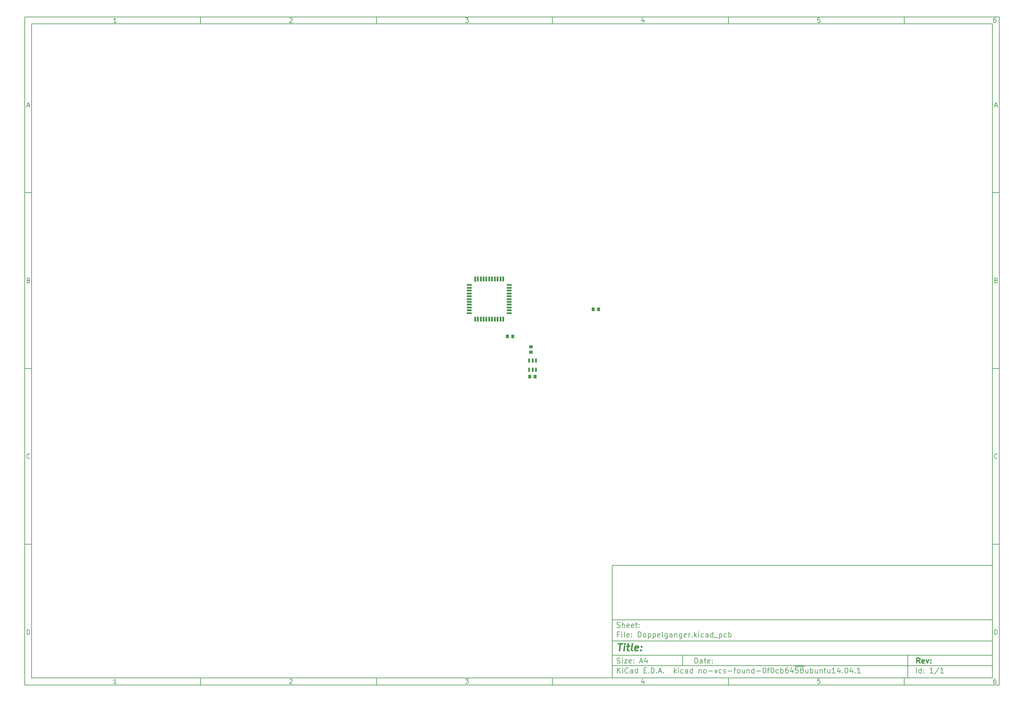
<source format=gtp>
G04 #@! TF.GenerationSoftware,KiCad,Pcbnew,no-vcs-found-0f0cb64~58~ubuntu14.04.1*
G04 #@! TF.CreationDate,2017-03-27T23:46:48+02:00*
G04 #@! TF.ProjectId,Doppelganger,446F7070656C67616E6765722E6B6963,rev?*
G04 #@! TF.FileFunction,Paste,Top*
G04 #@! TF.FilePolarity,Positive*
%FSLAX46Y46*%
G04 Gerber Fmt 4.6, Leading zero omitted, Abs format (unit mm)*
G04 Created by KiCad (PCBNEW no-vcs-found-0f0cb64~58~ubuntu14.04.1) date Mon Mar 27 23:46:48 2017*
%MOMM*%
%LPD*%
G01*
G04 APERTURE LIST*
%ADD10C,0.100000*%
%ADD11C,0.150000*%
%ADD12C,0.300000*%
%ADD13C,0.400000*%
%ADD14R,0.864400X1.016800*%
%ADD15R,1.450000X0.500000*%
%ADD16R,0.500000X1.450000*%
%ADD17C,0.500000*%
%ADD18R,0.570000X1.170000*%
%ADD19R,1.016800X0.864400*%
G04 APERTURE END LIST*
D10*
D11*
X177002200Y-166007200D02*
X177002200Y-198007200D01*
X285002200Y-198007200D01*
X285002200Y-166007200D01*
X177002200Y-166007200D01*
D10*
D11*
X10000000Y-10000000D02*
X10000000Y-200007200D01*
X287002200Y-200007200D01*
X287002200Y-10000000D01*
X10000000Y-10000000D01*
D10*
D11*
X12000000Y-12000000D02*
X12000000Y-198007200D01*
X285002200Y-198007200D01*
X285002200Y-12000000D01*
X12000000Y-12000000D01*
D10*
D11*
X60000000Y-12000000D02*
X60000000Y-10000000D01*
D10*
D11*
X110000000Y-12000000D02*
X110000000Y-10000000D01*
D10*
D11*
X160000000Y-12000000D02*
X160000000Y-10000000D01*
D10*
D11*
X210000000Y-12000000D02*
X210000000Y-10000000D01*
D10*
D11*
X260000000Y-12000000D02*
X260000000Y-10000000D01*
D10*
D11*
X36065476Y-11588095D02*
X35322619Y-11588095D01*
X35694047Y-11588095D02*
X35694047Y-10288095D01*
X35570238Y-10473809D01*
X35446428Y-10597619D01*
X35322619Y-10659523D01*
D10*
D11*
X85322619Y-10411904D02*
X85384523Y-10350000D01*
X85508333Y-10288095D01*
X85817857Y-10288095D01*
X85941666Y-10350000D01*
X86003571Y-10411904D01*
X86065476Y-10535714D01*
X86065476Y-10659523D01*
X86003571Y-10845238D01*
X85260714Y-11588095D01*
X86065476Y-11588095D01*
D10*
D11*
X135260714Y-10288095D02*
X136065476Y-10288095D01*
X135632142Y-10783333D01*
X135817857Y-10783333D01*
X135941666Y-10845238D01*
X136003571Y-10907142D01*
X136065476Y-11030952D01*
X136065476Y-11340476D01*
X136003571Y-11464285D01*
X135941666Y-11526190D01*
X135817857Y-11588095D01*
X135446428Y-11588095D01*
X135322619Y-11526190D01*
X135260714Y-11464285D01*
D10*
D11*
X185941666Y-10721428D02*
X185941666Y-11588095D01*
X185632142Y-10226190D02*
X185322619Y-11154761D01*
X186127380Y-11154761D01*
D10*
D11*
X236003571Y-10288095D02*
X235384523Y-10288095D01*
X235322619Y-10907142D01*
X235384523Y-10845238D01*
X235508333Y-10783333D01*
X235817857Y-10783333D01*
X235941666Y-10845238D01*
X236003571Y-10907142D01*
X236065476Y-11030952D01*
X236065476Y-11340476D01*
X236003571Y-11464285D01*
X235941666Y-11526190D01*
X235817857Y-11588095D01*
X235508333Y-11588095D01*
X235384523Y-11526190D01*
X235322619Y-11464285D01*
D10*
D11*
X285941666Y-10288095D02*
X285694047Y-10288095D01*
X285570238Y-10350000D01*
X285508333Y-10411904D01*
X285384523Y-10597619D01*
X285322619Y-10845238D01*
X285322619Y-11340476D01*
X285384523Y-11464285D01*
X285446428Y-11526190D01*
X285570238Y-11588095D01*
X285817857Y-11588095D01*
X285941666Y-11526190D01*
X286003571Y-11464285D01*
X286065476Y-11340476D01*
X286065476Y-11030952D01*
X286003571Y-10907142D01*
X285941666Y-10845238D01*
X285817857Y-10783333D01*
X285570238Y-10783333D01*
X285446428Y-10845238D01*
X285384523Y-10907142D01*
X285322619Y-11030952D01*
D10*
D11*
X60000000Y-198007200D02*
X60000000Y-200007200D01*
D10*
D11*
X110000000Y-198007200D02*
X110000000Y-200007200D01*
D10*
D11*
X160000000Y-198007200D02*
X160000000Y-200007200D01*
D10*
D11*
X210000000Y-198007200D02*
X210000000Y-200007200D01*
D10*
D11*
X260000000Y-198007200D02*
X260000000Y-200007200D01*
D10*
D11*
X36065476Y-199595295D02*
X35322619Y-199595295D01*
X35694047Y-199595295D02*
X35694047Y-198295295D01*
X35570238Y-198481009D01*
X35446428Y-198604819D01*
X35322619Y-198666723D01*
D10*
D11*
X85322619Y-198419104D02*
X85384523Y-198357200D01*
X85508333Y-198295295D01*
X85817857Y-198295295D01*
X85941666Y-198357200D01*
X86003571Y-198419104D01*
X86065476Y-198542914D01*
X86065476Y-198666723D01*
X86003571Y-198852438D01*
X85260714Y-199595295D01*
X86065476Y-199595295D01*
D10*
D11*
X135260714Y-198295295D02*
X136065476Y-198295295D01*
X135632142Y-198790533D01*
X135817857Y-198790533D01*
X135941666Y-198852438D01*
X136003571Y-198914342D01*
X136065476Y-199038152D01*
X136065476Y-199347676D01*
X136003571Y-199471485D01*
X135941666Y-199533390D01*
X135817857Y-199595295D01*
X135446428Y-199595295D01*
X135322619Y-199533390D01*
X135260714Y-199471485D01*
D10*
D11*
X185941666Y-198728628D02*
X185941666Y-199595295D01*
X185632142Y-198233390D02*
X185322619Y-199161961D01*
X186127380Y-199161961D01*
D10*
D11*
X236003571Y-198295295D02*
X235384523Y-198295295D01*
X235322619Y-198914342D01*
X235384523Y-198852438D01*
X235508333Y-198790533D01*
X235817857Y-198790533D01*
X235941666Y-198852438D01*
X236003571Y-198914342D01*
X236065476Y-199038152D01*
X236065476Y-199347676D01*
X236003571Y-199471485D01*
X235941666Y-199533390D01*
X235817857Y-199595295D01*
X235508333Y-199595295D01*
X235384523Y-199533390D01*
X235322619Y-199471485D01*
D10*
D11*
X285941666Y-198295295D02*
X285694047Y-198295295D01*
X285570238Y-198357200D01*
X285508333Y-198419104D01*
X285384523Y-198604819D01*
X285322619Y-198852438D01*
X285322619Y-199347676D01*
X285384523Y-199471485D01*
X285446428Y-199533390D01*
X285570238Y-199595295D01*
X285817857Y-199595295D01*
X285941666Y-199533390D01*
X286003571Y-199471485D01*
X286065476Y-199347676D01*
X286065476Y-199038152D01*
X286003571Y-198914342D01*
X285941666Y-198852438D01*
X285817857Y-198790533D01*
X285570238Y-198790533D01*
X285446428Y-198852438D01*
X285384523Y-198914342D01*
X285322619Y-199038152D01*
D10*
D11*
X10000000Y-60000000D02*
X12000000Y-60000000D01*
D10*
D11*
X10000000Y-110000000D02*
X12000000Y-110000000D01*
D10*
D11*
X10000000Y-160000000D02*
X12000000Y-160000000D01*
D10*
D11*
X10690476Y-35216666D02*
X11309523Y-35216666D01*
X10566666Y-35588095D02*
X11000000Y-34288095D01*
X11433333Y-35588095D01*
D10*
D11*
X11092857Y-84907142D02*
X11278571Y-84969047D01*
X11340476Y-85030952D01*
X11402380Y-85154761D01*
X11402380Y-85340476D01*
X11340476Y-85464285D01*
X11278571Y-85526190D01*
X11154761Y-85588095D01*
X10659523Y-85588095D01*
X10659523Y-84288095D01*
X11092857Y-84288095D01*
X11216666Y-84350000D01*
X11278571Y-84411904D01*
X11340476Y-84535714D01*
X11340476Y-84659523D01*
X11278571Y-84783333D01*
X11216666Y-84845238D01*
X11092857Y-84907142D01*
X10659523Y-84907142D01*
D10*
D11*
X11402380Y-135464285D02*
X11340476Y-135526190D01*
X11154761Y-135588095D01*
X11030952Y-135588095D01*
X10845238Y-135526190D01*
X10721428Y-135402380D01*
X10659523Y-135278571D01*
X10597619Y-135030952D01*
X10597619Y-134845238D01*
X10659523Y-134597619D01*
X10721428Y-134473809D01*
X10845238Y-134350000D01*
X11030952Y-134288095D01*
X11154761Y-134288095D01*
X11340476Y-134350000D01*
X11402380Y-134411904D01*
D10*
D11*
X10659523Y-185588095D02*
X10659523Y-184288095D01*
X10969047Y-184288095D01*
X11154761Y-184350000D01*
X11278571Y-184473809D01*
X11340476Y-184597619D01*
X11402380Y-184845238D01*
X11402380Y-185030952D01*
X11340476Y-185278571D01*
X11278571Y-185402380D01*
X11154761Y-185526190D01*
X10969047Y-185588095D01*
X10659523Y-185588095D01*
D10*
D11*
X287002200Y-60000000D02*
X285002200Y-60000000D01*
D10*
D11*
X287002200Y-110000000D02*
X285002200Y-110000000D01*
D10*
D11*
X287002200Y-160000000D02*
X285002200Y-160000000D01*
D10*
D11*
X285692676Y-35216666D02*
X286311723Y-35216666D01*
X285568866Y-35588095D02*
X286002200Y-34288095D01*
X286435533Y-35588095D01*
D10*
D11*
X286095057Y-84907142D02*
X286280771Y-84969047D01*
X286342676Y-85030952D01*
X286404580Y-85154761D01*
X286404580Y-85340476D01*
X286342676Y-85464285D01*
X286280771Y-85526190D01*
X286156961Y-85588095D01*
X285661723Y-85588095D01*
X285661723Y-84288095D01*
X286095057Y-84288095D01*
X286218866Y-84350000D01*
X286280771Y-84411904D01*
X286342676Y-84535714D01*
X286342676Y-84659523D01*
X286280771Y-84783333D01*
X286218866Y-84845238D01*
X286095057Y-84907142D01*
X285661723Y-84907142D01*
D10*
D11*
X286404580Y-135464285D02*
X286342676Y-135526190D01*
X286156961Y-135588095D01*
X286033152Y-135588095D01*
X285847438Y-135526190D01*
X285723628Y-135402380D01*
X285661723Y-135278571D01*
X285599819Y-135030952D01*
X285599819Y-134845238D01*
X285661723Y-134597619D01*
X285723628Y-134473809D01*
X285847438Y-134350000D01*
X286033152Y-134288095D01*
X286156961Y-134288095D01*
X286342676Y-134350000D01*
X286404580Y-134411904D01*
D10*
D11*
X285661723Y-185588095D02*
X285661723Y-184288095D01*
X285971247Y-184288095D01*
X286156961Y-184350000D01*
X286280771Y-184473809D01*
X286342676Y-184597619D01*
X286404580Y-184845238D01*
X286404580Y-185030952D01*
X286342676Y-185278571D01*
X286280771Y-185402380D01*
X286156961Y-185526190D01*
X285971247Y-185588095D01*
X285661723Y-185588095D01*
D10*
D11*
X200434342Y-193785771D02*
X200434342Y-192285771D01*
X200791485Y-192285771D01*
X201005771Y-192357200D01*
X201148628Y-192500057D01*
X201220057Y-192642914D01*
X201291485Y-192928628D01*
X201291485Y-193142914D01*
X201220057Y-193428628D01*
X201148628Y-193571485D01*
X201005771Y-193714342D01*
X200791485Y-193785771D01*
X200434342Y-193785771D01*
X202577200Y-193785771D02*
X202577200Y-193000057D01*
X202505771Y-192857200D01*
X202362914Y-192785771D01*
X202077200Y-192785771D01*
X201934342Y-192857200D01*
X202577200Y-193714342D02*
X202434342Y-193785771D01*
X202077200Y-193785771D01*
X201934342Y-193714342D01*
X201862914Y-193571485D01*
X201862914Y-193428628D01*
X201934342Y-193285771D01*
X202077200Y-193214342D01*
X202434342Y-193214342D01*
X202577200Y-193142914D01*
X203077200Y-192785771D02*
X203648628Y-192785771D01*
X203291485Y-192285771D02*
X203291485Y-193571485D01*
X203362914Y-193714342D01*
X203505771Y-193785771D01*
X203648628Y-193785771D01*
X204720057Y-193714342D02*
X204577200Y-193785771D01*
X204291485Y-193785771D01*
X204148628Y-193714342D01*
X204077200Y-193571485D01*
X204077200Y-193000057D01*
X204148628Y-192857200D01*
X204291485Y-192785771D01*
X204577200Y-192785771D01*
X204720057Y-192857200D01*
X204791485Y-193000057D01*
X204791485Y-193142914D01*
X204077200Y-193285771D01*
X205434342Y-193642914D02*
X205505771Y-193714342D01*
X205434342Y-193785771D01*
X205362914Y-193714342D01*
X205434342Y-193642914D01*
X205434342Y-193785771D01*
X205434342Y-192857200D02*
X205505771Y-192928628D01*
X205434342Y-193000057D01*
X205362914Y-192928628D01*
X205434342Y-192857200D01*
X205434342Y-193000057D01*
D10*
D11*
X177002200Y-194507200D02*
X285002200Y-194507200D01*
D10*
D11*
X178434342Y-196585771D02*
X178434342Y-195085771D01*
X179291485Y-196585771D02*
X178648628Y-195728628D01*
X179291485Y-195085771D02*
X178434342Y-195942914D01*
X179934342Y-196585771D02*
X179934342Y-195585771D01*
X179934342Y-195085771D02*
X179862914Y-195157200D01*
X179934342Y-195228628D01*
X180005771Y-195157200D01*
X179934342Y-195085771D01*
X179934342Y-195228628D01*
X181505771Y-196442914D02*
X181434342Y-196514342D01*
X181220057Y-196585771D01*
X181077200Y-196585771D01*
X180862914Y-196514342D01*
X180720057Y-196371485D01*
X180648628Y-196228628D01*
X180577200Y-195942914D01*
X180577200Y-195728628D01*
X180648628Y-195442914D01*
X180720057Y-195300057D01*
X180862914Y-195157200D01*
X181077200Y-195085771D01*
X181220057Y-195085771D01*
X181434342Y-195157200D01*
X181505771Y-195228628D01*
X182791485Y-196585771D02*
X182791485Y-195800057D01*
X182720057Y-195657200D01*
X182577200Y-195585771D01*
X182291485Y-195585771D01*
X182148628Y-195657200D01*
X182791485Y-196514342D02*
X182648628Y-196585771D01*
X182291485Y-196585771D01*
X182148628Y-196514342D01*
X182077200Y-196371485D01*
X182077200Y-196228628D01*
X182148628Y-196085771D01*
X182291485Y-196014342D01*
X182648628Y-196014342D01*
X182791485Y-195942914D01*
X184148628Y-196585771D02*
X184148628Y-195085771D01*
X184148628Y-196514342D02*
X184005771Y-196585771D01*
X183720057Y-196585771D01*
X183577200Y-196514342D01*
X183505771Y-196442914D01*
X183434342Y-196300057D01*
X183434342Y-195871485D01*
X183505771Y-195728628D01*
X183577200Y-195657200D01*
X183720057Y-195585771D01*
X184005771Y-195585771D01*
X184148628Y-195657200D01*
X186005771Y-195800057D02*
X186505771Y-195800057D01*
X186720057Y-196585771D02*
X186005771Y-196585771D01*
X186005771Y-195085771D01*
X186720057Y-195085771D01*
X187362914Y-196442914D02*
X187434342Y-196514342D01*
X187362914Y-196585771D01*
X187291485Y-196514342D01*
X187362914Y-196442914D01*
X187362914Y-196585771D01*
X188077200Y-196585771D02*
X188077200Y-195085771D01*
X188434342Y-195085771D01*
X188648628Y-195157200D01*
X188791485Y-195300057D01*
X188862914Y-195442914D01*
X188934342Y-195728628D01*
X188934342Y-195942914D01*
X188862914Y-196228628D01*
X188791485Y-196371485D01*
X188648628Y-196514342D01*
X188434342Y-196585771D01*
X188077200Y-196585771D01*
X189577200Y-196442914D02*
X189648628Y-196514342D01*
X189577200Y-196585771D01*
X189505771Y-196514342D01*
X189577200Y-196442914D01*
X189577200Y-196585771D01*
X190220057Y-196157200D02*
X190934342Y-196157200D01*
X190077200Y-196585771D02*
X190577200Y-195085771D01*
X191077200Y-196585771D01*
X191577200Y-196442914D02*
X191648628Y-196514342D01*
X191577200Y-196585771D01*
X191505771Y-196514342D01*
X191577200Y-196442914D01*
X191577200Y-196585771D01*
X194577200Y-196585771D02*
X194577200Y-195085771D01*
X194720057Y-196014342D02*
X195148628Y-196585771D01*
X195148628Y-195585771D02*
X194577200Y-196157200D01*
X195791485Y-196585771D02*
X195791485Y-195585771D01*
X195791485Y-195085771D02*
X195720057Y-195157200D01*
X195791485Y-195228628D01*
X195862914Y-195157200D01*
X195791485Y-195085771D01*
X195791485Y-195228628D01*
X197148628Y-196514342D02*
X197005771Y-196585771D01*
X196720057Y-196585771D01*
X196577200Y-196514342D01*
X196505771Y-196442914D01*
X196434342Y-196300057D01*
X196434342Y-195871485D01*
X196505771Y-195728628D01*
X196577200Y-195657200D01*
X196720057Y-195585771D01*
X197005771Y-195585771D01*
X197148628Y-195657200D01*
X198434342Y-196585771D02*
X198434342Y-195800057D01*
X198362914Y-195657200D01*
X198220057Y-195585771D01*
X197934342Y-195585771D01*
X197791485Y-195657200D01*
X198434342Y-196514342D02*
X198291485Y-196585771D01*
X197934342Y-196585771D01*
X197791485Y-196514342D01*
X197720057Y-196371485D01*
X197720057Y-196228628D01*
X197791485Y-196085771D01*
X197934342Y-196014342D01*
X198291485Y-196014342D01*
X198434342Y-195942914D01*
X199791485Y-196585771D02*
X199791485Y-195085771D01*
X199791485Y-196514342D02*
X199648628Y-196585771D01*
X199362914Y-196585771D01*
X199220057Y-196514342D01*
X199148628Y-196442914D01*
X199077200Y-196300057D01*
X199077200Y-195871485D01*
X199148628Y-195728628D01*
X199220057Y-195657200D01*
X199362914Y-195585771D01*
X199648628Y-195585771D01*
X199791485Y-195657200D01*
X201648628Y-195585771D02*
X201648628Y-196585771D01*
X201648628Y-195728628D02*
X201720057Y-195657200D01*
X201862914Y-195585771D01*
X202077200Y-195585771D01*
X202220057Y-195657200D01*
X202291485Y-195800057D01*
X202291485Y-196585771D01*
X203220057Y-196585771D02*
X203077200Y-196514342D01*
X203005771Y-196442914D01*
X202934342Y-196300057D01*
X202934342Y-195871485D01*
X203005771Y-195728628D01*
X203077200Y-195657200D01*
X203220057Y-195585771D01*
X203434342Y-195585771D01*
X203577200Y-195657200D01*
X203648628Y-195728628D01*
X203720057Y-195871485D01*
X203720057Y-196300057D01*
X203648628Y-196442914D01*
X203577200Y-196514342D01*
X203434342Y-196585771D01*
X203220057Y-196585771D01*
X204362914Y-196014342D02*
X205505771Y-196014342D01*
X206077200Y-195585771D02*
X206434342Y-196585771D01*
X206791485Y-195585771D01*
X208005771Y-196514342D02*
X207862914Y-196585771D01*
X207577200Y-196585771D01*
X207434342Y-196514342D01*
X207362914Y-196442914D01*
X207291485Y-196300057D01*
X207291485Y-195871485D01*
X207362914Y-195728628D01*
X207434342Y-195657200D01*
X207577200Y-195585771D01*
X207862914Y-195585771D01*
X208005771Y-195657200D01*
X208577200Y-196514342D02*
X208720057Y-196585771D01*
X209005771Y-196585771D01*
X209148628Y-196514342D01*
X209220057Y-196371485D01*
X209220057Y-196300057D01*
X209148628Y-196157200D01*
X209005771Y-196085771D01*
X208791485Y-196085771D01*
X208648628Y-196014342D01*
X208577200Y-195871485D01*
X208577200Y-195800057D01*
X208648628Y-195657200D01*
X208791485Y-195585771D01*
X209005771Y-195585771D01*
X209148628Y-195657200D01*
X209862914Y-196014342D02*
X211005771Y-196014342D01*
X211505771Y-195585771D02*
X212077200Y-195585771D01*
X211720057Y-196585771D02*
X211720057Y-195300057D01*
X211791485Y-195157200D01*
X211934342Y-195085771D01*
X212077200Y-195085771D01*
X212791485Y-196585771D02*
X212648628Y-196514342D01*
X212577200Y-196442914D01*
X212505771Y-196300057D01*
X212505771Y-195871485D01*
X212577200Y-195728628D01*
X212648628Y-195657200D01*
X212791485Y-195585771D01*
X213005771Y-195585771D01*
X213148628Y-195657200D01*
X213220057Y-195728628D01*
X213291485Y-195871485D01*
X213291485Y-196300057D01*
X213220057Y-196442914D01*
X213148628Y-196514342D01*
X213005771Y-196585771D01*
X212791485Y-196585771D01*
X214577200Y-195585771D02*
X214577200Y-196585771D01*
X213934342Y-195585771D02*
X213934342Y-196371485D01*
X214005771Y-196514342D01*
X214148628Y-196585771D01*
X214362914Y-196585771D01*
X214505771Y-196514342D01*
X214577200Y-196442914D01*
X215291485Y-195585771D02*
X215291485Y-196585771D01*
X215291485Y-195728628D02*
X215362914Y-195657200D01*
X215505771Y-195585771D01*
X215720057Y-195585771D01*
X215862914Y-195657200D01*
X215934342Y-195800057D01*
X215934342Y-196585771D01*
X217291485Y-196585771D02*
X217291485Y-195085771D01*
X217291485Y-196514342D02*
X217148628Y-196585771D01*
X216862914Y-196585771D01*
X216720057Y-196514342D01*
X216648628Y-196442914D01*
X216577200Y-196300057D01*
X216577200Y-195871485D01*
X216648628Y-195728628D01*
X216720057Y-195657200D01*
X216862914Y-195585771D01*
X217148628Y-195585771D01*
X217291485Y-195657200D01*
X218005771Y-196014342D02*
X219148628Y-196014342D01*
X220148628Y-195085771D02*
X220291485Y-195085771D01*
X220434342Y-195157200D01*
X220505771Y-195228628D01*
X220577200Y-195371485D01*
X220648628Y-195657200D01*
X220648628Y-196014342D01*
X220577200Y-196300057D01*
X220505771Y-196442914D01*
X220434342Y-196514342D01*
X220291485Y-196585771D01*
X220148628Y-196585771D01*
X220005771Y-196514342D01*
X219934342Y-196442914D01*
X219862914Y-196300057D01*
X219791485Y-196014342D01*
X219791485Y-195657200D01*
X219862914Y-195371485D01*
X219934342Y-195228628D01*
X220005771Y-195157200D01*
X220148628Y-195085771D01*
X221077200Y-195585771D02*
X221648628Y-195585771D01*
X221291485Y-196585771D02*
X221291485Y-195300057D01*
X221362914Y-195157200D01*
X221505771Y-195085771D01*
X221648628Y-195085771D01*
X222434342Y-195085771D02*
X222577200Y-195085771D01*
X222720057Y-195157200D01*
X222791485Y-195228628D01*
X222862914Y-195371485D01*
X222934342Y-195657200D01*
X222934342Y-196014342D01*
X222862914Y-196300057D01*
X222791485Y-196442914D01*
X222720057Y-196514342D01*
X222577200Y-196585771D01*
X222434342Y-196585771D01*
X222291485Y-196514342D01*
X222220057Y-196442914D01*
X222148628Y-196300057D01*
X222077200Y-196014342D01*
X222077200Y-195657200D01*
X222148628Y-195371485D01*
X222220057Y-195228628D01*
X222291485Y-195157200D01*
X222434342Y-195085771D01*
X224220057Y-196514342D02*
X224077200Y-196585771D01*
X223791485Y-196585771D01*
X223648628Y-196514342D01*
X223577200Y-196442914D01*
X223505771Y-196300057D01*
X223505771Y-195871485D01*
X223577200Y-195728628D01*
X223648628Y-195657200D01*
X223791485Y-195585771D01*
X224077200Y-195585771D01*
X224220057Y-195657200D01*
X224862914Y-196585771D02*
X224862914Y-195085771D01*
X224862914Y-195657200D02*
X225005771Y-195585771D01*
X225291485Y-195585771D01*
X225434342Y-195657200D01*
X225505771Y-195728628D01*
X225577200Y-195871485D01*
X225577200Y-196300057D01*
X225505771Y-196442914D01*
X225434342Y-196514342D01*
X225291485Y-196585771D01*
X225005771Y-196585771D01*
X224862914Y-196514342D01*
X226862914Y-195085771D02*
X226577200Y-195085771D01*
X226434342Y-195157200D01*
X226362914Y-195228628D01*
X226220057Y-195442914D01*
X226148628Y-195728628D01*
X226148628Y-196300057D01*
X226220057Y-196442914D01*
X226291485Y-196514342D01*
X226434342Y-196585771D01*
X226720057Y-196585771D01*
X226862914Y-196514342D01*
X226934342Y-196442914D01*
X227005771Y-196300057D01*
X227005771Y-195942914D01*
X226934342Y-195800057D01*
X226862914Y-195728628D01*
X226720057Y-195657200D01*
X226434342Y-195657200D01*
X226291485Y-195728628D01*
X226220057Y-195800057D01*
X226148628Y-195942914D01*
X228291485Y-195585771D02*
X228291485Y-196585771D01*
X227934342Y-195014342D02*
X227577200Y-196085771D01*
X228505771Y-196085771D01*
X228967557Y-194677200D02*
X230148628Y-194677200D01*
X229791485Y-195085771D02*
X229077200Y-195085771D01*
X229005771Y-195800057D01*
X229077200Y-195728628D01*
X229220057Y-195657200D01*
X229577200Y-195657200D01*
X229720057Y-195728628D01*
X229791485Y-195800057D01*
X229862914Y-195942914D01*
X229862914Y-196300057D01*
X229791485Y-196442914D01*
X229720057Y-196514342D01*
X229577200Y-196585771D01*
X229220057Y-196585771D01*
X229077200Y-196514342D01*
X229005771Y-196442914D01*
X230148628Y-194677200D02*
X231577200Y-194677200D01*
X230720057Y-195728628D02*
X230577200Y-195657200D01*
X230505771Y-195585771D01*
X230434342Y-195442914D01*
X230434342Y-195371485D01*
X230505771Y-195228628D01*
X230577200Y-195157200D01*
X230720057Y-195085771D01*
X231005771Y-195085771D01*
X231148628Y-195157200D01*
X231220057Y-195228628D01*
X231291485Y-195371485D01*
X231291485Y-195442914D01*
X231220057Y-195585771D01*
X231148628Y-195657200D01*
X231005771Y-195728628D01*
X230720057Y-195728628D01*
X230577200Y-195800057D01*
X230505771Y-195871485D01*
X230434342Y-196014342D01*
X230434342Y-196300057D01*
X230505771Y-196442914D01*
X230577200Y-196514342D01*
X230720057Y-196585771D01*
X231005771Y-196585771D01*
X231148628Y-196514342D01*
X231220057Y-196442914D01*
X231291485Y-196300057D01*
X231291485Y-196014342D01*
X231220057Y-195871485D01*
X231148628Y-195800057D01*
X231005771Y-195728628D01*
X232577200Y-195585771D02*
X232577200Y-196585771D01*
X231934342Y-195585771D02*
X231934342Y-196371485D01*
X232005771Y-196514342D01*
X232148628Y-196585771D01*
X232362914Y-196585771D01*
X232505771Y-196514342D01*
X232577200Y-196442914D01*
X233291485Y-196585771D02*
X233291485Y-195085771D01*
X233291485Y-195657200D02*
X233434342Y-195585771D01*
X233720057Y-195585771D01*
X233862914Y-195657200D01*
X233934342Y-195728628D01*
X234005771Y-195871485D01*
X234005771Y-196300057D01*
X233934342Y-196442914D01*
X233862914Y-196514342D01*
X233720057Y-196585771D01*
X233434342Y-196585771D01*
X233291485Y-196514342D01*
X235291485Y-195585771D02*
X235291485Y-196585771D01*
X234648628Y-195585771D02*
X234648628Y-196371485D01*
X234720057Y-196514342D01*
X234862914Y-196585771D01*
X235077200Y-196585771D01*
X235220057Y-196514342D01*
X235291485Y-196442914D01*
X236005771Y-195585771D02*
X236005771Y-196585771D01*
X236005771Y-195728628D02*
X236077200Y-195657200D01*
X236220057Y-195585771D01*
X236434342Y-195585771D01*
X236577200Y-195657200D01*
X236648628Y-195800057D01*
X236648628Y-196585771D01*
X237148628Y-195585771D02*
X237720057Y-195585771D01*
X237362914Y-195085771D02*
X237362914Y-196371485D01*
X237434342Y-196514342D01*
X237577200Y-196585771D01*
X237720057Y-196585771D01*
X238862914Y-195585771D02*
X238862914Y-196585771D01*
X238220057Y-195585771D02*
X238220057Y-196371485D01*
X238291485Y-196514342D01*
X238434342Y-196585771D01*
X238648628Y-196585771D01*
X238791485Y-196514342D01*
X238862914Y-196442914D01*
X240362914Y-196585771D02*
X239505771Y-196585771D01*
X239934342Y-196585771D02*
X239934342Y-195085771D01*
X239791485Y-195300057D01*
X239648628Y-195442914D01*
X239505771Y-195514342D01*
X241648628Y-195585771D02*
X241648628Y-196585771D01*
X241291485Y-195014342D02*
X240934342Y-196085771D01*
X241862914Y-196085771D01*
X242434342Y-196442914D02*
X242505771Y-196514342D01*
X242434342Y-196585771D01*
X242362914Y-196514342D01*
X242434342Y-196442914D01*
X242434342Y-196585771D01*
X243434342Y-195085771D02*
X243577200Y-195085771D01*
X243720057Y-195157200D01*
X243791485Y-195228628D01*
X243862914Y-195371485D01*
X243934342Y-195657200D01*
X243934342Y-196014342D01*
X243862914Y-196300057D01*
X243791485Y-196442914D01*
X243720057Y-196514342D01*
X243577200Y-196585771D01*
X243434342Y-196585771D01*
X243291485Y-196514342D01*
X243220057Y-196442914D01*
X243148628Y-196300057D01*
X243077200Y-196014342D01*
X243077200Y-195657200D01*
X243148628Y-195371485D01*
X243220057Y-195228628D01*
X243291485Y-195157200D01*
X243434342Y-195085771D01*
X245220057Y-195585771D02*
X245220057Y-196585771D01*
X244862914Y-195014342D02*
X244505771Y-196085771D01*
X245434342Y-196085771D01*
X246005771Y-196442914D02*
X246077200Y-196514342D01*
X246005771Y-196585771D01*
X245934342Y-196514342D01*
X246005771Y-196442914D01*
X246005771Y-196585771D01*
X247505771Y-196585771D02*
X246648628Y-196585771D01*
X247077200Y-196585771D02*
X247077200Y-195085771D01*
X246934342Y-195300057D01*
X246791485Y-195442914D01*
X246648628Y-195514342D01*
D10*
D11*
X177002200Y-191507200D02*
X285002200Y-191507200D01*
D10*
D12*
X264411485Y-193785771D02*
X263911485Y-193071485D01*
X263554342Y-193785771D02*
X263554342Y-192285771D01*
X264125771Y-192285771D01*
X264268628Y-192357200D01*
X264340057Y-192428628D01*
X264411485Y-192571485D01*
X264411485Y-192785771D01*
X264340057Y-192928628D01*
X264268628Y-193000057D01*
X264125771Y-193071485D01*
X263554342Y-193071485D01*
X265625771Y-193714342D02*
X265482914Y-193785771D01*
X265197200Y-193785771D01*
X265054342Y-193714342D01*
X264982914Y-193571485D01*
X264982914Y-193000057D01*
X265054342Y-192857200D01*
X265197200Y-192785771D01*
X265482914Y-192785771D01*
X265625771Y-192857200D01*
X265697200Y-193000057D01*
X265697200Y-193142914D01*
X264982914Y-193285771D01*
X266197200Y-192785771D02*
X266554342Y-193785771D01*
X266911485Y-192785771D01*
X267482914Y-193642914D02*
X267554342Y-193714342D01*
X267482914Y-193785771D01*
X267411485Y-193714342D01*
X267482914Y-193642914D01*
X267482914Y-193785771D01*
X267482914Y-192857200D02*
X267554342Y-192928628D01*
X267482914Y-193000057D01*
X267411485Y-192928628D01*
X267482914Y-192857200D01*
X267482914Y-193000057D01*
D10*
D11*
X178362914Y-193714342D02*
X178577200Y-193785771D01*
X178934342Y-193785771D01*
X179077200Y-193714342D01*
X179148628Y-193642914D01*
X179220057Y-193500057D01*
X179220057Y-193357200D01*
X179148628Y-193214342D01*
X179077200Y-193142914D01*
X178934342Y-193071485D01*
X178648628Y-193000057D01*
X178505771Y-192928628D01*
X178434342Y-192857200D01*
X178362914Y-192714342D01*
X178362914Y-192571485D01*
X178434342Y-192428628D01*
X178505771Y-192357200D01*
X178648628Y-192285771D01*
X179005771Y-192285771D01*
X179220057Y-192357200D01*
X179862914Y-193785771D02*
X179862914Y-192785771D01*
X179862914Y-192285771D02*
X179791485Y-192357200D01*
X179862914Y-192428628D01*
X179934342Y-192357200D01*
X179862914Y-192285771D01*
X179862914Y-192428628D01*
X180434342Y-192785771D02*
X181220057Y-192785771D01*
X180434342Y-193785771D01*
X181220057Y-193785771D01*
X182362914Y-193714342D02*
X182220057Y-193785771D01*
X181934342Y-193785771D01*
X181791485Y-193714342D01*
X181720057Y-193571485D01*
X181720057Y-193000057D01*
X181791485Y-192857200D01*
X181934342Y-192785771D01*
X182220057Y-192785771D01*
X182362914Y-192857200D01*
X182434342Y-193000057D01*
X182434342Y-193142914D01*
X181720057Y-193285771D01*
X183077200Y-193642914D02*
X183148628Y-193714342D01*
X183077200Y-193785771D01*
X183005771Y-193714342D01*
X183077200Y-193642914D01*
X183077200Y-193785771D01*
X183077200Y-192857200D02*
X183148628Y-192928628D01*
X183077200Y-193000057D01*
X183005771Y-192928628D01*
X183077200Y-192857200D01*
X183077200Y-193000057D01*
X184862914Y-193357200D02*
X185577200Y-193357200D01*
X184720057Y-193785771D02*
X185220057Y-192285771D01*
X185720057Y-193785771D01*
X186862914Y-192785771D02*
X186862914Y-193785771D01*
X186505771Y-192214342D02*
X186148628Y-193285771D01*
X187077200Y-193285771D01*
D10*
D11*
X263434342Y-196585771D02*
X263434342Y-195085771D01*
X264791485Y-196585771D02*
X264791485Y-195085771D01*
X264791485Y-196514342D02*
X264648628Y-196585771D01*
X264362914Y-196585771D01*
X264220057Y-196514342D01*
X264148628Y-196442914D01*
X264077200Y-196300057D01*
X264077200Y-195871485D01*
X264148628Y-195728628D01*
X264220057Y-195657200D01*
X264362914Y-195585771D01*
X264648628Y-195585771D01*
X264791485Y-195657200D01*
X265505771Y-196442914D02*
X265577200Y-196514342D01*
X265505771Y-196585771D01*
X265434342Y-196514342D01*
X265505771Y-196442914D01*
X265505771Y-196585771D01*
X265505771Y-195657200D02*
X265577200Y-195728628D01*
X265505771Y-195800057D01*
X265434342Y-195728628D01*
X265505771Y-195657200D01*
X265505771Y-195800057D01*
X268148628Y-196585771D02*
X267291485Y-196585771D01*
X267720057Y-196585771D02*
X267720057Y-195085771D01*
X267577200Y-195300057D01*
X267434342Y-195442914D01*
X267291485Y-195514342D01*
X269862914Y-195014342D02*
X268577200Y-196942914D01*
X271148628Y-196585771D02*
X270291485Y-196585771D01*
X270720057Y-196585771D02*
X270720057Y-195085771D01*
X270577200Y-195300057D01*
X270434342Y-195442914D01*
X270291485Y-195514342D01*
D10*
D11*
X177002200Y-187507200D02*
X285002200Y-187507200D01*
D10*
D13*
X178714580Y-188211961D02*
X179857438Y-188211961D01*
X179036009Y-190211961D02*
X179286009Y-188211961D01*
X180274104Y-190211961D02*
X180440771Y-188878628D01*
X180524104Y-188211961D02*
X180416961Y-188307200D01*
X180500295Y-188402438D01*
X180607438Y-188307200D01*
X180524104Y-188211961D01*
X180500295Y-188402438D01*
X181107438Y-188878628D02*
X181869342Y-188878628D01*
X181476485Y-188211961D02*
X181262200Y-189926247D01*
X181333628Y-190116723D01*
X181512200Y-190211961D01*
X181702676Y-190211961D01*
X182655057Y-190211961D02*
X182476485Y-190116723D01*
X182405057Y-189926247D01*
X182619342Y-188211961D01*
X184190771Y-190116723D02*
X183988390Y-190211961D01*
X183607438Y-190211961D01*
X183428866Y-190116723D01*
X183357438Y-189926247D01*
X183452676Y-189164342D01*
X183571723Y-188973866D01*
X183774104Y-188878628D01*
X184155057Y-188878628D01*
X184333628Y-188973866D01*
X184405057Y-189164342D01*
X184381247Y-189354819D01*
X183405057Y-189545295D01*
X185155057Y-190021485D02*
X185238390Y-190116723D01*
X185131247Y-190211961D01*
X185047914Y-190116723D01*
X185155057Y-190021485D01*
X185131247Y-190211961D01*
X185286009Y-188973866D02*
X185369342Y-189069104D01*
X185262200Y-189164342D01*
X185178866Y-189069104D01*
X185286009Y-188973866D01*
X185262200Y-189164342D01*
D10*
D11*
X178934342Y-185600057D02*
X178434342Y-185600057D01*
X178434342Y-186385771D02*
X178434342Y-184885771D01*
X179148628Y-184885771D01*
X179720057Y-186385771D02*
X179720057Y-185385771D01*
X179720057Y-184885771D02*
X179648628Y-184957200D01*
X179720057Y-185028628D01*
X179791485Y-184957200D01*
X179720057Y-184885771D01*
X179720057Y-185028628D01*
X180648628Y-186385771D02*
X180505771Y-186314342D01*
X180434342Y-186171485D01*
X180434342Y-184885771D01*
X181791485Y-186314342D02*
X181648628Y-186385771D01*
X181362914Y-186385771D01*
X181220057Y-186314342D01*
X181148628Y-186171485D01*
X181148628Y-185600057D01*
X181220057Y-185457200D01*
X181362914Y-185385771D01*
X181648628Y-185385771D01*
X181791485Y-185457200D01*
X181862914Y-185600057D01*
X181862914Y-185742914D01*
X181148628Y-185885771D01*
X182505771Y-186242914D02*
X182577200Y-186314342D01*
X182505771Y-186385771D01*
X182434342Y-186314342D01*
X182505771Y-186242914D01*
X182505771Y-186385771D01*
X182505771Y-185457200D02*
X182577200Y-185528628D01*
X182505771Y-185600057D01*
X182434342Y-185528628D01*
X182505771Y-185457200D01*
X182505771Y-185600057D01*
X184362914Y-186385771D02*
X184362914Y-184885771D01*
X184720057Y-184885771D01*
X184934342Y-184957200D01*
X185077200Y-185100057D01*
X185148628Y-185242914D01*
X185220057Y-185528628D01*
X185220057Y-185742914D01*
X185148628Y-186028628D01*
X185077200Y-186171485D01*
X184934342Y-186314342D01*
X184720057Y-186385771D01*
X184362914Y-186385771D01*
X186077200Y-186385771D02*
X185934342Y-186314342D01*
X185862914Y-186242914D01*
X185791485Y-186100057D01*
X185791485Y-185671485D01*
X185862914Y-185528628D01*
X185934342Y-185457200D01*
X186077200Y-185385771D01*
X186291485Y-185385771D01*
X186434342Y-185457200D01*
X186505771Y-185528628D01*
X186577200Y-185671485D01*
X186577200Y-186100057D01*
X186505771Y-186242914D01*
X186434342Y-186314342D01*
X186291485Y-186385771D01*
X186077200Y-186385771D01*
X187220057Y-185385771D02*
X187220057Y-186885771D01*
X187220057Y-185457200D02*
X187362914Y-185385771D01*
X187648628Y-185385771D01*
X187791485Y-185457200D01*
X187862914Y-185528628D01*
X187934342Y-185671485D01*
X187934342Y-186100057D01*
X187862914Y-186242914D01*
X187791485Y-186314342D01*
X187648628Y-186385771D01*
X187362914Y-186385771D01*
X187220057Y-186314342D01*
X188577200Y-185385771D02*
X188577200Y-186885771D01*
X188577200Y-185457200D02*
X188720057Y-185385771D01*
X189005771Y-185385771D01*
X189148628Y-185457200D01*
X189220057Y-185528628D01*
X189291485Y-185671485D01*
X189291485Y-186100057D01*
X189220057Y-186242914D01*
X189148628Y-186314342D01*
X189005771Y-186385771D01*
X188720057Y-186385771D01*
X188577200Y-186314342D01*
X190505771Y-186314342D02*
X190362914Y-186385771D01*
X190077200Y-186385771D01*
X189934342Y-186314342D01*
X189862914Y-186171485D01*
X189862914Y-185600057D01*
X189934342Y-185457200D01*
X190077200Y-185385771D01*
X190362914Y-185385771D01*
X190505771Y-185457200D01*
X190577200Y-185600057D01*
X190577200Y-185742914D01*
X189862914Y-185885771D01*
X191434342Y-186385771D02*
X191291485Y-186314342D01*
X191220057Y-186171485D01*
X191220057Y-184885771D01*
X192648628Y-185385771D02*
X192648628Y-186600057D01*
X192577200Y-186742914D01*
X192505771Y-186814342D01*
X192362914Y-186885771D01*
X192148628Y-186885771D01*
X192005771Y-186814342D01*
X192648628Y-186314342D02*
X192505771Y-186385771D01*
X192220057Y-186385771D01*
X192077200Y-186314342D01*
X192005771Y-186242914D01*
X191934342Y-186100057D01*
X191934342Y-185671485D01*
X192005771Y-185528628D01*
X192077200Y-185457200D01*
X192220057Y-185385771D01*
X192505771Y-185385771D01*
X192648628Y-185457200D01*
X194005771Y-186385771D02*
X194005771Y-185600057D01*
X193934342Y-185457200D01*
X193791485Y-185385771D01*
X193505771Y-185385771D01*
X193362914Y-185457200D01*
X194005771Y-186314342D02*
X193862914Y-186385771D01*
X193505771Y-186385771D01*
X193362914Y-186314342D01*
X193291485Y-186171485D01*
X193291485Y-186028628D01*
X193362914Y-185885771D01*
X193505771Y-185814342D01*
X193862914Y-185814342D01*
X194005771Y-185742914D01*
X194720057Y-185385771D02*
X194720057Y-186385771D01*
X194720057Y-185528628D02*
X194791485Y-185457200D01*
X194934342Y-185385771D01*
X195148628Y-185385771D01*
X195291485Y-185457200D01*
X195362914Y-185600057D01*
X195362914Y-186385771D01*
X196720057Y-185385771D02*
X196720057Y-186600057D01*
X196648628Y-186742914D01*
X196577200Y-186814342D01*
X196434342Y-186885771D01*
X196220057Y-186885771D01*
X196077200Y-186814342D01*
X196720057Y-186314342D02*
X196577200Y-186385771D01*
X196291485Y-186385771D01*
X196148628Y-186314342D01*
X196077200Y-186242914D01*
X196005771Y-186100057D01*
X196005771Y-185671485D01*
X196077200Y-185528628D01*
X196148628Y-185457200D01*
X196291485Y-185385771D01*
X196577200Y-185385771D01*
X196720057Y-185457200D01*
X198005771Y-186314342D02*
X197862914Y-186385771D01*
X197577200Y-186385771D01*
X197434342Y-186314342D01*
X197362914Y-186171485D01*
X197362914Y-185600057D01*
X197434342Y-185457200D01*
X197577200Y-185385771D01*
X197862914Y-185385771D01*
X198005771Y-185457200D01*
X198077200Y-185600057D01*
X198077200Y-185742914D01*
X197362914Y-185885771D01*
X198720057Y-186385771D02*
X198720057Y-185385771D01*
X198720057Y-185671485D02*
X198791485Y-185528628D01*
X198862914Y-185457200D01*
X199005771Y-185385771D01*
X199148628Y-185385771D01*
X199648628Y-186242914D02*
X199720057Y-186314342D01*
X199648628Y-186385771D01*
X199577200Y-186314342D01*
X199648628Y-186242914D01*
X199648628Y-186385771D01*
X200362914Y-186385771D02*
X200362914Y-184885771D01*
X200505771Y-185814342D02*
X200934342Y-186385771D01*
X200934342Y-185385771D02*
X200362914Y-185957200D01*
X201577200Y-186385771D02*
X201577200Y-185385771D01*
X201577200Y-184885771D02*
X201505771Y-184957200D01*
X201577200Y-185028628D01*
X201648628Y-184957200D01*
X201577200Y-184885771D01*
X201577200Y-185028628D01*
X202934342Y-186314342D02*
X202791485Y-186385771D01*
X202505771Y-186385771D01*
X202362914Y-186314342D01*
X202291485Y-186242914D01*
X202220057Y-186100057D01*
X202220057Y-185671485D01*
X202291485Y-185528628D01*
X202362914Y-185457200D01*
X202505771Y-185385771D01*
X202791485Y-185385771D01*
X202934342Y-185457200D01*
X204220057Y-186385771D02*
X204220057Y-185600057D01*
X204148628Y-185457200D01*
X204005771Y-185385771D01*
X203720057Y-185385771D01*
X203577200Y-185457200D01*
X204220057Y-186314342D02*
X204077200Y-186385771D01*
X203720057Y-186385771D01*
X203577200Y-186314342D01*
X203505771Y-186171485D01*
X203505771Y-186028628D01*
X203577200Y-185885771D01*
X203720057Y-185814342D01*
X204077200Y-185814342D01*
X204220057Y-185742914D01*
X205577200Y-186385771D02*
X205577200Y-184885771D01*
X205577200Y-186314342D02*
X205434342Y-186385771D01*
X205148628Y-186385771D01*
X205005771Y-186314342D01*
X204934342Y-186242914D01*
X204862914Y-186100057D01*
X204862914Y-185671485D01*
X204934342Y-185528628D01*
X205005771Y-185457200D01*
X205148628Y-185385771D01*
X205434342Y-185385771D01*
X205577200Y-185457200D01*
X205934342Y-186528628D02*
X207077200Y-186528628D01*
X207434342Y-185385771D02*
X207434342Y-186885771D01*
X207434342Y-185457200D02*
X207577200Y-185385771D01*
X207862914Y-185385771D01*
X208005771Y-185457200D01*
X208077200Y-185528628D01*
X208148628Y-185671485D01*
X208148628Y-186100057D01*
X208077200Y-186242914D01*
X208005771Y-186314342D01*
X207862914Y-186385771D01*
X207577200Y-186385771D01*
X207434342Y-186314342D01*
X209434342Y-186314342D02*
X209291485Y-186385771D01*
X209005771Y-186385771D01*
X208862914Y-186314342D01*
X208791485Y-186242914D01*
X208720057Y-186100057D01*
X208720057Y-185671485D01*
X208791485Y-185528628D01*
X208862914Y-185457200D01*
X209005771Y-185385771D01*
X209291485Y-185385771D01*
X209434342Y-185457200D01*
X210077200Y-186385771D02*
X210077200Y-184885771D01*
X210077200Y-185457200D02*
X210220057Y-185385771D01*
X210505771Y-185385771D01*
X210648628Y-185457200D01*
X210720057Y-185528628D01*
X210791485Y-185671485D01*
X210791485Y-186100057D01*
X210720057Y-186242914D01*
X210648628Y-186314342D01*
X210505771Y-186385771D01*
X210220057Y-186385771D01*
X210077200Y-186314342D01*
D10*
D11*
X177002200Y-181507200D02*
X285002200Y-181507200D01*
D10*
D11*
X178362914Y-183614342D02*
X178577200Y-183685771D01*
X178934342Y-183685771D01*
X179077200Y-183614342D01*
X179148628Y-183542914D01*
X179220057Y-183400057D01*
X179220057Y-183257200D01*
X179148628Y-183114342D01*
X179077200Y-183042914D01*
X178934342Y-182971485D01*
X178648628Y-182900057D01*
X178505771Y-182828628D01*
X178434342Y-182757200D01*
X178362914Y-182614342D01*
X178362914Y-182471485D01*
X178434342Y-182328628D01*
X178505771Y-182257200D01*
X178648628Y-182185771D01*
X179005771Y-182185771D01*
X179220057Y-182257200D01*
X179862914Y-183685771D02*
X179862914Y-182185771D01*
X180505771Y-183685771D02*
X180505771Y-182900057D01*
X180434342Y-182757200D01*
X180291485Y-182685771D01*
X180077200Y-182685771D01*
X179934342Y-182757200D01*
X179862914Y-182828628D01*
X181791485Y-183614342D02*
X181648628Y-183685771D01*
X181362914Y-183685771D01*
X181220057Y-183614342D01*
X181148628Y-183471485D01*
X181148628Y-182900057D01*
X181220057Y-182757200D01*
X181362914Y-182685771D01*
X181648628Y-182685771D01*
X181791485Y-182757200D01*
X181862914Y-182900057D01*
X181862914Y-183042914D01*
X181148628Y-183185771D01*
X183077200Y-183614342D02*
X182934342Y-183685771D01*
X182648628Y-183685771D01*
X182505771Y-183614342D01*
X182434342Y-183471485D01*
X182434342Y-182900057D01*
X182505771Y-182757200D01*
X182648628Y-182685771D01*
X182934342Y-182685771D01*
X183077200Y-182757200D01*
X183148628Y-182900057D01*
X183148628Y-183042914D01*
X182434342Y-183185771D01*
X183577200Y-182685771D02*
X184148628Y-182685771D01*
X183791485Y-182185771D02*
X183791485Y-183471485D01*
X183862914Y-183614342D01*
X184005771Y-183685771D01*
X184148628Y-183685771D01*
X184648628Y-183542914D02*
X184720057Y-183614342D01*
X184648628Y-183685771D01*
X184577200Y-183614342D01*
X184648628Y-183542914D01*
X184648628Y-183685771D01*
X184648628Y-182757200D02*
X184720057Y-182828628D01*
X184648628Y-182900057D01*
X184577200Y-182828628D01*
X184648628Y-182757200D01*
X184648628Y-182900057D01*
D10*
D11*
X197002200Y-191507200D02*
X197002200Y-194507200D01*
D10*
D11*
X261002200Y-191507200D02*
X261002200Y-198007200D01*
D14*
X171577000Y-93154500D03*
X173101000Y-93154500D03*
X147142200Y-100863400D03*
X148666200Y-100863400D03*
D15*
X147711400Y-94246200D03*
X147711400Y-93446200D03*
X147711400Y-92646200D03*
X147711400Y-91846200D03*
X147711400Y-91046200D03*
X147711400Y-90246200D03*
X147711400Y-89446200D03*
X147711400Y-88646200D03*
X147711400Y-87846200D03*
X147711400Y-87046200D03*
X147711400Y-86246200D03*
D16*
X146011400Y-84546200D03*
X145211400Y-84546200D03*
X144411400Y-84546200D03*
X143611400Y-84546200D03*
X142811400Y-84546200D03*
X142011400Y-84546200D03*
X141211400Y-84546200D03*
X140411400Y-84546200D03*
X139611400Y-84546200D03*
X138811400Y-84546200D03*
D17*
X138011400Y-84546200D03*
D10*
G36*
X138261400Y-83821200D02*
X138261400Y-85271200D01*
X137761400Y-85271200D01*
X137761400Y-83821200D01*
X138261400Y-83821200D01*
X138261400Y-83821200D01*
G37*
D15*
X136311400Y-86246200D03*
X136311400Y-87046200D03*
X136311400Y-87846200D03*
X136311400Y-88646200D03*
X136311400Y-89446200D03*
X136311400Y-90246200D03*
X136311400Y-91046200D03*
X136311400Y-91846200D03*
X136311400Y-92646200D03*
X136311400Y-93446200D03*
X136311400Y-94246200D03*
D16*
X138011400Y-95946200D03*
X138811400Y-95946200D03*
X139611400Y-95946200D03*
X140411400Y-95946200D03*
X141211400Y-95946200D03*
X142011400Y-95946200D03*
X142811400Y-95946200D03*
X143611400Y-95946200D03*
X144411400Y-95946200D03*
X145211400Y-95946200D03*
X146011400Y-95946200D03*
D18*
X155305800Y-107702360D03*
X154355800Y-107702360D03*
X153405800Y-107702360D03*
X153405800Y-110322360D03*
X154355800Y-110322360D03*
X155305800Y-110322360D03*
D14*
X155036520Y-112290860D03*
X153512520Y-112290860D03*
D19*
X153847800Y-105354120D03*
X153847800Y-103830120D03*
M02*

</source>
